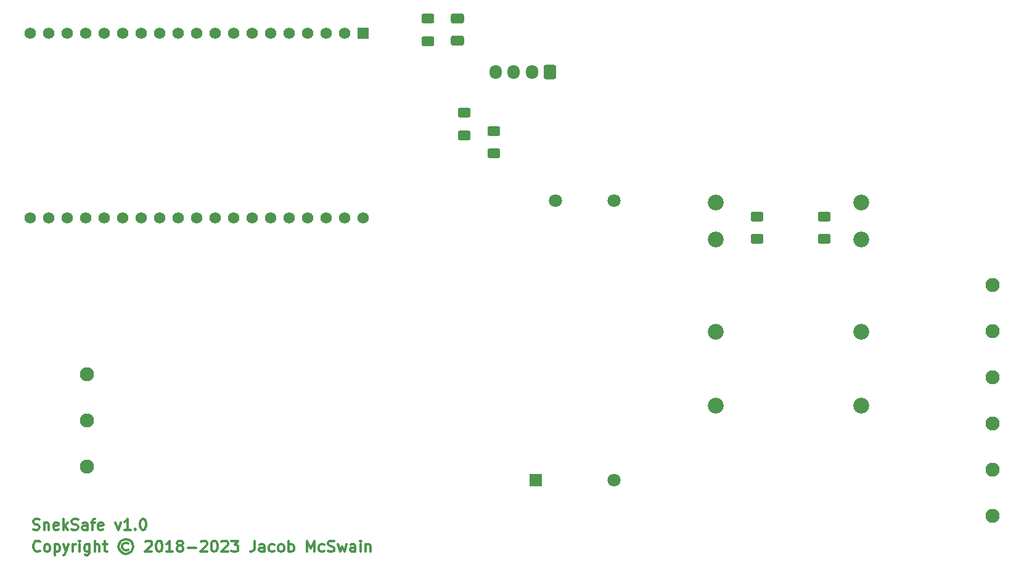
<source format=gbr>
%TF.GenerationSoftware,KiCad,Pcbnew,7.0.1*%
%TF.CreationDate,2023-05-13T00:12:20-05:00*%
%TF.ProjectId,sneksafe,736e616b-6574-4656-9d70-2e6b69636164,rev?*%
%TF.SameCoordinates,Original*%
%TF.FileFunction,Soldermask,Top*%
%TF.FilePolarity,Negative*%
%FSLAX46Y46*%
G04 Gerber Fmt 4.6, Leading zero omitted, Abs format (unit mm)*
G04 Created by KiCad (PCBNEW 7.0.1) date 2023-05-13 00:12:20*
%MOMM*%
%LPD*%
G01*
G04 APERTURE LIST*
G04 Aperture macros list*
%AMRoundRect*
0 Rectangle with rounded corners*
0 $1 Rounding radius*
0 $2 $3 $4 $5 $6 $7 $8 $9 X,Y pos of 4 corners*
0 Add a 4 corners polygon primitive as box body*
4,1,4,$2,$3,$4,$5,$6,$7,$8,$9,$2,$3,0*
0 Add four circle primitives for the rounded corners*
1,1,$1+$1,$2,$3*
1,1,$1+$1,$4,$5*
1,1,$1+$1,$6,$7*
1,1,$1+$1,$8,$9*
0 Add four rect primitives between the rounded corners*
20,1,$1+$1,$2,$3,$4,$5,0*
20,1,$1+$1,$4,$5,$6,$7,0*
20,1,$1+$1,$6,$7,$8,$9,0*
20,1,$1+$1,$8,$9,$2,$3,0*%
G04 Aperture macros list end*
%ADD10C,0.300000*%
%ADD11RoundRect,0.250000X0.625000X-0.400000X0.625000X0.400000X-0.625000X0.400000X-0.625000X-0.400000X0*%
%ADD12C,1.560000*%
%ADD13R,1.560000X1.560000*%
%ADD14RoundRect,0.250000X-0.625000X0.400000X-0.625000X-0.400000X0.625000X-0.400000X0.625000X0.400000X0*%
%ADD15C,1.950000*%
%ADD16C,1.800000*%
%ADD17R,1.800000X1.800000*%
%ADD18O,1.700000X1.950000*%
%ADD19RoundRect,0.250000X0.600000X0.725000X-0.600000X0.725000X-0.600000X-0.725000X0.600000X-0.725000X0*%
%ADD20C,2.175000*%
%ADD21RoundRect,0.250000X-0.650000X0.412500X-0.650000X-0.412500X0.650000X-0.412500X0.650000X0.412500X0*%
G04 APERTURE END LIST*
D10*
X83285714Y-138745000D02*
X83500000Y-138816428D01*
X83500000Y-138816428D02*
X83857142Y-138816428D01*
X83857142Y-138816428D02*
X84000000Y-138745000D01*
X84000000Y-138745000D02*
X84071428Y-138673571D01*
X84071428Y-138673571D02*
X84142857Y-138530714D01*
X84142857Y-138530714D02*
X84142857Y-138387857D01*
X84142857Y-138387857D02*
X84071428Y-138245000D01*
X84071428Y-138245000D02*
X84000000Y-138173571D01*
X84000000Y-138173571D02*
X83857142Y-138102142D01*
X83857142Y-138102142D02*
X83571428Y-138030714D01*
X83571428Y-138030714D02*
X83428571Y-137959285D01*
X83428571Y-137959285D02*
X83357142Y-137887857D01*
X83357142Y-137887857D02*
X83285714Y-137745000D01*
X83285714Y-137745000D02*
X83285714Y-137602142D01*
X83285714Y-137602142D02*
X83357142Y-137459285D01*
X83357142Y-137459285D02*
X83428571Y-137387857D01*
X83428571Y-137387857D02*
X83571428Y-137316428D01*
X83571428Y-137316428D02*
X83928571Y-137316428D01*
X83928571Y-137316428D02*
X84142857Y-137387857D01*
X84785713Y-137816428D02*
X84785713Y-138816428D01*
X84785713Y-137959285D02*
X84857142Y-137887857D01*
X84857142Y-137887857D02*
X84999999Y-137816428D01*
X84999999Y-137816428D02*
X85214285Y-137816428D01*
X85214285Y-137816428D02*
X85357142Y-137887857D01*
X85357142Y-137887857D02*
X85428571Y-138030714D01*
X85428571Y-138030714D02*
X85428571Y-138816428D01*
X86714285Y-138745000D02*
X86571428Y-138816428D01*
X86571428Y-138816428D02*
X86285714Y-138816428D01*
X86285714Y-138816428D02*
X86142856Y-138745000D01*
X86142856Y-138745000D02*
X86071428Y-138602142D01*
X86071428Y-138602142D02*
X86071428Y-138030714D01*
X86071428Y-138030714D02*
X86142856Y-137887857D01*
X86142856Y-137887857D02*
X86285714Y-137816428D01*
X86285714Y-137816428D02*
X86571428Y-137816428D01*
X86571428Y-137816428D02*
X86714285Y-137887857D01*
X86714285Y-137887857D02*
X86785714Y-138030714D01*
X86785714Y-138030714D02*
X86785714Y-138173571D01*
X86785714Y-138173571D02*
X86071428Y-138316428D01*
X87428570Y-138816428D02*
X87428570Y-137316428D01*
X87571428Y-138245000D02*
X87999999Y-138816428D01*
X87999999Y-137816428D02*
X87428570Y-138387857D01*
X88571428Y-138745000D02*
X88785714Y-138816428D01*
X88785714Y-138816428D02*
X89142856Y-138816428D01*
X89142856Y-138816428D02*
X89285714Y-138745000D01*
X89285714Y-138745000D02*
X89357142Y-138673571D01*
X89357142Y-138673571D02*
X89428571Y-138530714D01*
X89428571Y-138530714D02*
X89428571Y-138387857D01*
X89428571Y-138387857D02*
X89357142Y-138245000D01*
X89357142Y-138245000D02*
X89285714Y-138173571D01*
X89285714Y-138173571D02*
X89142856Y-138102142D01*
X89142856Y-138102142D02*
X88857142Y-138030714D01*
X88857142Y-138030714D02*
X88714285Y-137959285D01*
X88714285Y-137959285D02*
X88642856Y-137887857D01*
X88642856Y-137887857D02*
X88571428Y-137745000D01*
X88571428Y-137745000D02*
X88571428Y-137602142D01*
X88571428Y-137602142D02*
X88642856Y-137459285D01*
X88642856Y-137459285D02*
X88714285Y-137387857D01*
X88714285Y-137387857D02*
X88857142Y-137316428D01*
X88857142Y-137316428D02*
X89214285Y-137316428D01*
X89214285Y-137316428D02*
X89428571Y-137387857D01*
X90714285Y-138816428D02*
X90714285Y-138030714D01*
X90714285Y-138030714D02*
X90642856Y-137887857D01*
X90642856Y-137887857D02*
X90499999Y-137816428D01*
X90499999Y-137816428D02*
X90214285Y-137816428D01*
X90214285Y-137816428D02*
X90071427Y-137887857D01*
X90714285Y-138745000D02*
X90571427Y-138816428D01*
X90571427Y-138816428D02*
X90214285Y-138816428D01*
X90214285Y-138816428D02*
X90071427Y-138745000D01*
X90071427Y-138745000D02*
X89999999Y-138602142D01*
X89999999Y-138602142D02*
X89999999Y-138459285D01*
X89999999Y-138459285D02*
X90071427Y-138316428D01*
X90071427Y-138316428D02*
X90214285Y-138245000D01*
X90214285Y-138245000D02*
X90571427Y-138245000D01*
X90571427Y-138245000D02*
X90714285Y-138173571D01*
X91214285Y-137816428D02*
X91785713Y-137816428D01*
X91428570Y-138816428D02*
X91428570Y-137530714D01*
X91428570Y-137530714D02*
X91499999Y-137387857D01*
X91499999Y-137387857D02*
X91642856Y-137316428D01*
X91642856Y-137316428D02*
X91785713Y-137316428D01*
X92857142Y-138745000D02*
X92714285Y-138816428D01*
X92714285Y-138816428D02*
X92428571Y-138816428D01*
X92428571Y-138816428D02*
X92285713Y-138745000D01*
X92285713Y-138745000D02*
X92214285Y-138602142D01*
X92214285Y-138602142D02*
X92214285Y-138030714D01*
X92214285Y-138030714D02*
X92285713Y-137887857D01*
X92285713Y-137887857D02*
X92428571Y-137816428D01*
X92428571Y-137816428D02*
X92714285Y-137816428D01*
X92714285Y-137816428D02*
X92857142Y-137887857D01*
X92857142Y-137887857D02*
X92928571Y-138030714D01*
X92928571Y-138030714D02*
X92928571Y-138173571D01*
X92928571Y-138173571D02*
X92214285Y-138316428D01*
X94571427Y-137816428D02*
X94928570Y-138816428D01*
X94928570Y-138816428D02*
X95285713Y-137816428D01*
X96642856Y-138816428D02*
X95785713Y-138816428D01*
X96214284Y-138816428D02*
X96214284Y-137316428D01*
X96214284Y-137316428D02*
X96071427Y-137530714D01*
X96071427Y-137530714D02*
X95928570Y-137673571D01*
X95928570Y-137673571D02*
X95785713Y-137745000D01*
X97285712Y-138673571D02*
X97357141Y-138745000D01*
X97357141Y-138745000D02*
X97285712Y-138816428D01*
X97285712Y-138816428D02*
X97214284Y-138745000D01*
X97214284Y-138745000D02*
X97285712Y-138673571D01*
X97285712Y-138673571D02*
X97285712Y-138816428D01*
X98285713Y-137316428D02*
X98428570Y-137316428D01*
X98428570Y-137316428D02*
X98571427Y-137387857D01*
X98571427Y-137387857D02*
X98642856Y-137459285D01*
X98642856Y-137459285D02*
X98714284Y-137602142D01*
X98714284Y-137602142D02*
X98785713Y-137887857D01*
X98785713Y-137887857D02*
X98785713Y-138245000D01*
X98785713Y-138245000D02*
X98714284Y-138530714D01*
X98714284Y-138530714D02*
X98642856Y-138673571D01*
X98642856Y-138673571D02*
X98571427Y-138745000D01*
X98571427Y-138745000D02*
X98428570Y-138816428D01*
X98428570Y-138816428D02*
X98285713Y-138816428D01*
X98285713Y-138816428D02*
X98142856Y-138745000D01*
X98142856Y-138745000D02*
X98071427Y-138673571D01*
X98071427Y-138673571D02*
X97999998Y-138530714D01*
X97999998Y-138530714D02*
X97928570Y-138245000D01*
X97928570Y-138245000D02*
X97928570Y-137887857D01*
X97928570Y-137887857D02*
X97999998Y-137602142D01*
X97999998Y-137602142D02*
X98071427Y-137459285D01*
X98071427Y-137459285D02*
X98142856Y-137387857D01*
X98142856Y-137387857D02*
X98285713Y-137316428D01*
X84214285Y-141673571D02*
X84142857Y-141745000D01*
X84142857Y-141745000D02*
X83928571Y-141816428D01*
X83928571Y-141816428D02*
X83785714Y-141816428D01*
X83785714Y-141816428D02*
X83571428Y-141745000D01*
X83571428Y-141745000D02*
X83428571Y-141602142D01*
X83428571Y-141602142D02*
X83357142Y-141459285D01*
X83357142Y-141459285D02*
X83285714Y-141173571D01*
X83285714Y-141173571D02*
X83285714Y-140959285D01*
X83285714Y-140959285D02*
X83357142Y-140673571D01*
X83357142Y-140673571D02*
X83428571Y-140530714D01*
X83428571Y-140530714D02*
X83571428Y-140387857D01*
X83571428Y-140387857D02*
X83785714Y-140316428D01*
X83785714Y-140316428D02*
X83928571Y-140316428D01*
X83928571Y-140316428D02*
X84142857Y-140387857D01*
X84142857Y-140387857D02*
X84214285Y-140459285D01*
X85071428Y-141816428D02*
X84928571Y-141745000D01*
X84928571Y-141745000D02*
X84857142Y-141673571D01*
X84857142Y-141673571D02*
X84785714Y-141530714D01*
X84785714Y-141530714D02*
X84785714Y-141102142D01*
X84785714Y-141102142D02*
X84857142Y-140959285D01*
X84857142Y-140959285D02*
X84928571Y-140887857D01*
X84928571Y-140887857D02*
X85071428Y-140816428D01*
X85071428Y-140816428D02*
X85285714Y-140816428D01*
X85285714Y-140816428D02*
X85428571Y-140887857D01*
X85428571Y-140887857D02*
X85500000Y-140959285D01*
X85500000Y-140959285D02*
X85571428Y-141102142D01*
X85571428Y-141102142D02*
X85571428Y-141530714D01*
X85571428Y-141530714D02*
X85500000Y-141673571D01*
X85500000Y-141673571D02*
X85428571Y-141745000D01*
X85428571Y-141745000D02*
X85285714Y-141816428D01*
X85285714Y-141816428D02*
X85071428Y-141816428D01*
X86214285Y-140816428D02*
X86214285Y-142316428D01*
X86214285Y-140887857D02*
X86357143Y-140816428D01*
X86357143Y-140816428D02*
X86642857Y-140816428D01*
X86642857Y-140816428D02*
X86785714Y-140887857D01*
X86785714Y-140887857D02*
X86857143Y-140959285D01*
X86857143Y-140959285D02*
X86928571Y-141102142D01*
X86928571Y-141102142D02*
X86928571Y-141530714D01*
X86928571Y-141530714D02*
X86857143Y-141673571D01*
X86857143Y-141673571D02*
X86785714Y-141745000D01*
X86785714Y-141745000D02*
X86642857Y-141816428D01*
X86642857Y-141816428D02*
X86357143Y-141816428D01*
X86357143Y-141816428D02*
X86214285Y-141745000D01*
X87428571Y-140816428D02*
X87785714Y-141816428D01*
X88142857Y-140816428D02*
X87785714Y-141816428D01*
X87785714Y-141816428D02*
X87642857Y-142173571D01*
X87642857Y-142173571D02*
X87571428Y-142245000D01*
X87571428Y-142245000D02*
X87428571Y-142316428D01*
X88714285Y-141816428D02*
X88714285Y-140816428D01*
X88714285Y-141102142D02*
X88785714Y-140959285D01*
X88785714Y-140959285D02*
X88857143Y-140887857D01*
X88857143Y-140887857D02*
X89000000Y-140816428D01*
X89000000Y-140816428D02*
X89142857Y-140816428D01*
X89642856Y-141816428D02*
X89642856Y-140816428D01*
X89642856Y-140316428D02*
X89571428Y-140387857D01*
X89571428Y-140387857D02*
X89642856Y-140459285D01*
X89642856Y-140459285D02*
X89714285Y-140387857D01*
X89714285Y-140387857D02*
X89642856Y-140316428D01*
X89642856Y-140316428D02*
X89642856Y-140459285D01*
X91000000Y-140816428D02*
X91000000Y-142030714D01*
X91000000Y-142030714D02*
X90928571Y-142173571D01*
X90928571Y-142173571D02*
X90857142Y-142245000D01*
X90857142Y-142245000D02*
X90714285Y-142316428D01*
X90714285Y-142316428D02*
X90500000Y-142316428D01*
X90500000Y-142316428D02*
X90357142Y-142245000D01*
X91000000Y-141745000D02*
X90857142Y-141816428D01*
X90857142Y-141816428D02*
X90571428Y-141816428D01*
X90571428Y-141816428D02*
X90428571Y-141745000D01*
X90428571Y-141745000D02*
X90357142Y-141673571D01*
X90357142Y-141673571D02*
X90285714Y-141530714D01*
X90285714Y-141530714D02*
X90285714Y-141102142D01*
X90285714Y-141102142D02*
X90357142Y-140959285D01*
X90357142Y-140959285D02*
X90428571Y-140887857D01*
X90428571Y-140887857D02*
X90571428Y-140816428D01*
X90571428Y-140816428D02*
X90857142Y-140816428D01*
X90857142Y-140816428D02*
X91000000Y-140887857D01*
X91714285Y-141816428D02*
X91714285Y-140316428D01*
X92357143Y-141816428D02*
X92357143Y-141030714D01*
X92357143Y-141030714D02*
X92285714Y-140887857D01*
X92285714Y-140887857D02*
X92142857Y-140816428D01*
X92142857Y-140816428D02*
X91928571Y-140816428D01*
X91928571Y-140816428D02*
X91785714Y-140887857D01*
X91785714Y-140887857D02*
X91714285Y-140959285D01*
X92857143Y-140816428D02*
X93428571Y-140816428D01*
X93071428Y-140316428D02*
X93071428Y-141602142D01*
X93071428Y-141602142D02*
X93142857Y-141745000D01*
X93142857Y-141745000D02*
X93285714Y-141816428D01*
X93285714Y-141816428D02*
X93428571Y-141816428D01*
X96285714Y-140673571D02*
X96142857Y-140602142D01*
X96142857Y-140602142D02*
X95857143Y-140602142D01*
X95857143Y-140602142D02*
X95714286Y-140673571D01*
X95714286Y-140673571D02*
X95571428Y-140816428D01*
X95571428Y-140816428D02*
X95500000Y-140959285D01*
X95500000Y-140959285D02*
X95500000Y-141245000D01*
X95500000Y-141245000D02*
X95571428Y-141387857D01*
X95571428Y-141387857D02*
X95714286Y-141530714D01*
X95714286Y-141530714D02*
X95857143Y-141602142D01*
X95857143Y-141602142D02*
X96142857Y-141602142D01*
X96142857Y-141602142D02*
X96285714Y-141530714D01*
X96000000Y-140102142D02*
X95642857Y-140173571D01*
X95642857Y-140173571D02*
X95285714Y-140387857D01*
X95285714Y-140387857D02*
X95071428Y-140745000D01*
X95071428Y-140745000D02*
X95000000Y-141102142D01*
X95000000Y-141102142D02*
X95071428Y-141459285D01*
X95071428Y-141459285D02*
X95285714Y-141816428D01*
X95285714Y-141816428D02*
X95642857Y-142030714D01*
X95642857Y-142030714D02*
X96000000Y-142102142D01*
X96000000Y-142102142D02*
X96357143Y-142030714D01*
X96357143Y-142030714D02*
X96714286Y-141816428D01*
X96714286Y-141816428D02*
X96928571Y-141459285D01*
X96928571Y-141459285D02*
X97000000Y-141102142D01*
X97000000Y-141102142D02*
X96928571Y-140745000D01*
X96928571Y-140745000D02*
X96714286Y-140387857D01*
X96714286Y-140387857D02*
X96357143Y-140173571D01*
X96357143Y-140173571D02*
X96000000Y-140102142D01*
X98714286Y-140459285D02*
X98785714Y-140387857D01*
X98785714Y-140387857D02*
X98928572Y-140316428D01*
X98928572Y-140316428D02*
X99285714Y-140316428D01*
X99285714Y-140316428D02*
X99428572Y-140387857D01*
X99428572Y-140387857D02*
X99500000Y-140459285D01*
X99500000Y-140459285D02*
X99571429Y-140602142D01*
X99571429Y-140602142D02*
X99571429Y-140745000D01*
X99571429Y-140745000D02*
X99500000Y-140959285D01*
X99500000Y-140959285D02*
X98642857Y-141816428D01*
X98642857Y-141816428D02*
X99571429Y-141816428D01*
X100500000Y-140316428D02*
X100642857Y-140316428D01*
X100642857Y-140316428D02*
X100785714Y-140387857D01*
X100785714Y-140387857D02*
X100857143Y-140459285D01*
X100857143Y-140459285D02*
X100928571Y-140602142D01*
X100928571Y-140602142D02*
X101000000Y-140887857D01*
X101000000Y-140887857D02*
X101000000Y-141245000D01*
X101000000Y-141245000D02*
X100928571Y-141530714D01*
X100928571Y-141530714D02*
X100857143Y-141673571D01*
X100857143Y-141673571D02*
X100785714Y-141745000D01*
X100785714Y-141745000D02*
X100642857Y-141816428D01*
X100642857Y-141816428D02*
X100500000Y-141816428D01*
X100500000Y-141816428D02*
X100357143Y-141745000D01*
X100357143Y-141745000D02*
X100285714Y-141673571D01*
X100285714Y-141673571D02*
X100214285Y-141530714D01*
X100214285Y-141530714D02*
X100142857Y-141245000D01*
X100142857Y-141245000D02*
X100142857Y-140887857D01*
X100142857Y-140887857D02*
X100214285Y-140602142D01*
X100214285Y-140602142D02*
X100285714Y-140459285D01*
X100285714Y-140459285D02*
X100357143Y-140387857D01*
X100357143Y-140387857D02*
X100500000Y-140316428D01*
X102428571Y-141816428D02*
X101571428Y-141816428D01*
X101999999Y-141816428D02*
X101999999Y-140316428D01*
X101999999Y-140316428D02*
X101857142Y-140530714D01*
X101857142Y-140530714D02*
X101714285Y-140673571D01*
X101714285Y-140673571D02*
X101571428Y-140745000D01*
X103285713Y-140959285D02*
X103142856Y-140887857D01*
X103142856Y-140887857D02*
X103071427Y-140816428D01*
X103071427Y-140816428D02*
X102999999Y-140673571D01*
X102999999Y-140673571D02*
X102999999Y-140602142D01*
X102999999Y-140602142D02*
X103071427Y-140459285D01*
X103071427Y-140459285D02*
X103142856Y-140387857D01*
X103142856Y-140387857D02*
X103285713Y-140316428D01*
X103285713Y-140316428D02*
X103571427Y-140316428D01*
X103571427Y-140316428D02*
X103714285Y-140387857D01*
X103714285Y-140387857D02*
X103785713Y-140459285D01*
X103785713Y-140459285D02*
X103857142Y-140602142D01*
X103857142Y-140602142D02*
X103857142Y-140673571D01*
X103857142Y-140673571D02*
X103785713Y-140816428D01*
X103785713Y-140816428D02*
X103714285Y-140887857D01*
X103714285Y-140887857D02*
X103571427Y-140959285D01*
X103571427Y-140959285D02*
X103285713Y-140959285D01*
X103285713Y-140959285D02*
X103142856Y-141030714D01*
X103142856Y-141030714D02*
X103071427Y-141102142D01*
X103071427Y-141102142D02*
X102999999Y-141245000D01*
X102999999Y-141245000D02*
X102999999Y-141530714D01*
X102999999Y-141530714D02*
X103071427Y-141673571D01*
X103071427Y-141673571D02*
X103142856Y-141745000D01*
X103142856Y-141745000D02*
X103285713Y-141816428D01*
X103285713Y-141816428D02*
X103571427Y-141816428D01*
X103571427Y-141816428D02*
X103714285Y-141745000D01*
X103714285Y-141745000D02*
X103785713Y-141673571D01*
X103785713Y-141673571D02*
X103857142Y-141530714D01*
X103857142Y-141530714D02*
X103857142Y-141245000D01*
X103857142Y-141245000D02*
X103785713Y-141102142D01*
X103785713Y-141102142D02*
X103714285Y-141030714D01*
X103714285Y-141030714D02*
X103571427Y-140959285D01*
X104499998Y-141245000D02*
X105642856Y-141245000D01*
X106285713Y-140459285D02*
X106357141Y-140387857D01*
X106357141Y-140387857D02*
X106499999Y-140316428D01*
X106499999Y-140316428D02*
X106857141Y-140316428D01*
X106857141Y-140316428D02*
X106999999Y-140387857D01*
X106999999Y-140387857D02*
X107071427Y-140459285D01*
X107071427Y-140459285D02*
X107142856Y-140602142D01*
X107142856Y-140602142D02*
X107142856Y-140745000D01*
X107142856Y-140745000D02*
X107071427Y-140959285D01*
X107071427Y-140959285D02*
X106214284Y-141816428D01*
X106214284Y-141816428D02*
X107142856Y-141816428D01*
X108071427Y-140316428D02*
X108214284Y-140316428D01*
X108214284Y-140316428D02*
X108357141Y-140387857D01*
X108357141Y-140387857D02*
X108428570Y-140459285D01*
X108428570Y-140459285D02*
X108499998Y-140602142D01*
X108499998Y-140602142D02*
X108571427Y-140887857D01*
X108571427Y-140887857D02*
X108571427Y-141245000D01*
X108571427Y-141245000D02*
X108499998Y-141530714D01*
X108499998Y-141530714D02*
X108428570Y-141673571D01*
X108428570Y-141673571D02*
X108357141Y-141745000D01*
X108357141Y-141745000D02*
X108214284Y-141816428D01*
X108214284Y-141816428D02*
X108071427Y-141816428D01*
X108071427Y-141816428D02*
X107928570Y-141745000D01*
X107928570Y-141745000D02*
X107857141Y-141673571D01*
X107857141Y-141673571D02*
X107785712Y-141530714D01*
X107785712Y-141530714D02*
X107714284Y-141245000D01*
X107714284Y-141245000D02*
X107714284Y-140887857D01*
X107714284Y-140887857D02*
X107785712Y-140602142D01*
X107785712Y-140602142D02*
X107857141Y-140459285D01*
X107857141Y-140459285D02*
X107928570Y-140387857D01*
X107928570Y-140387857D02*
X108071427Y-140316428D01*
X109142855Y-140459285D02*
X109214283Y-140387857D01*
X109214283Y-140387857D02*
X109357141Y-140316428D01*
X109357141Y-140316428D02*
X109714283Y-140316428D01*
X109714283Y-140316428D02*
X109857141Y-140387857D01*
X109857141Y-140387857D02*
X109928569Y-140459285D01*
X109928569Y-140459285D02*
X109999998Y-140602142D01*
X109999998Y-140602142D02*
X109999998Y-140745000D01*
X109999998Y-140745000D02*
X109928569Y-140959285D01*
X109928569Y-140959285D02*
X109071426Y-141816428D01*
X109071426Y-141816428D02*
X109999998Y-141816428D01*
X110499997Y-140316428D02*
X111428569Y-140316428D01*
X111428569Y-140316428D02*
X110928569Y-140887857D01*
X110928569Y-140887857D02*
X111142854Y-140887857D01*
X111142854Y-140887857D02*
X111285712Y-140959285D01*
X111285712Y-140959285D02*
X111357140Y-141030714D01*
X111357140Y-141030714D02*
X111428569Y-141173571D01*
X111428569Y-141173571D02*
X111428569Y-141530714D01*
X111428569Y-141530714D02*
X111357140Y-141673571D01*
X111357140Y-141673571D02*
X111285712Y-141745000D01*
X111285712Y-141745000D02*
X111142854Y-141816428D01*
X111142854Y-141816428D02*
X110714283Y-141816428D01*
X110714283Y-141816428D02*
X110571426Y-141745000D01*
X110571426Y-141745000D02*
X110499997Y-141673571D01*
X113642854Y-140316428D02*
X113642854Y-141387857D01*
X113642854Y-141387857D02*
X113571425Y-141602142D01*
X113571425Y-141602142D02*
X113428568Y-141745000D01*
X113428568Y-141745000D02*
X113214282Y-141816428D01*
X113214282Y-141816428D02*
X113071425Y-141816428D01*
X114999997Y-141816428D02*
X114999997Y-141030714D01*
X114999997Y-141030714D02*
X114928568Y-140887857D01*
X114928568Y-140887857D02*
X114785711Y-140816428D01*
X114785711Y-140816428D02*
X114499997Y-140816428D01*
X114499997Y-140816428D02*
X114357139Y-140887857D01*
X114999997Y-141745000D02*
X114857139Y-141816428D01*
X114857139Y-141816428D02*
X114499997Y-141816428D01*
X114499997Y-141816428D02*
X114357139Y-141745000D01*
X114357139Y-141745000D02*
X114285711Y-141602142D01*
X114285711Y-141602142D02*
X114285711Y-141459285D01*
X114285711Y-141459285D02*
X114357139Y-141316428D01*
X114357139Y-141316428D02*
X114499997Y-141245000D01*
X114499997Y-141245000D02*
X114857139Y-141245000D01*
X114857139Y-141245000D02*
X114999997Y-141173571D01*
X116357140Y-141745000D02*
X116214282Y-141816428D01*
X116214282Y-141816428D02*
X115928568Y-141816428D01*
X115928568Y-141816428D02*
X115785711Y-141745000D01*
X115785711Y-141745000D02*
X115714282Y-141673571D01*
X115714282Y-141673571D02*
X115642854Y-141530714D01*
X115642854Y-141530714D02*
X115642854Y-141102142D01*
X115642854Y-141102142D02*
X115714282Y-140959285D01*
X115714282Y-140959285D02*
X115785711Y-140887857D01*
X115785711Y-140887857D02*
X115928568Y-140816428D01*
X115928568Y-140816428D02*
X116214282Y-140816428D01*
X116214282Y-140816428D02*
X116357140Y-140887857D01*
X117214282Y-141816428D02*
X117071425Y-141745000D01*
X117071425Y-141745000D02*
X116999996Y-141673571D01*
X116999996Y-141673571D02*
X116928568Y-141530714D01*
X116928568Y-141530714D02*
X116928568Y-141102142D01*
X116928568Y-141102142D02*
X116999996Y-140959285D01*
X116999996Y-140959285D02*
X117071425Y-140887857D01*
X117071425Y-140887857D02*
X117214282Y-140816428D01*
X117214282Y-140816428D02*
X117428568Y-140816428D01*
X117428568Y-140816428D02*
X117571425Y-140887857D01*
X117571425Y-140887857D02*
X117642854Y-140959285D01*
X117642854Y-140959285D02*
X117714282Y-141102142D01*
X117714282Y-141102142D02*
X117714282Y-141530714D01*
X117714282Y-141530714D02*
X117642854Y-141673571D01*
X117642854Y-141673571D02*
X117571425Y-141745000D01*
X117571425Y-141745000D02*
X117428568Y-141816428D01*
X117428568Y-141816428D02*
X117214282Y-141816428D01*
X118357139Y-141816428D02*
X118357139Y-140316428D01*
X118357139Y-140887857D02*
X118499997Y-140816428D01*
X118499997Y-140816428D02*
X118785711Y-140816428D01*
X118785711Y-140816428D02*
X118928568Y-140887857D01*
X118928568Y-140887857D02*
X118999997Y-140959285D01*
X118999997Y-140959285D02*
X119071425Y-141102142D01*
X119071425Y-141102142D02*
X119071425Y-141530714D01*
X119071425Y-141530714D02*
X118999997Y-141673571D01*
X118999997Y-141673571D02*
X118928568Y-141745000D01*
X118928568Y-141745000D02*
X118785711Y-141816428D01*
X118785711Y-141816428D02*
X118499997Y-141816428D01*
X118499997Y-141816428D02*
X118357139Y-141745000D01*
X120857139Y-141816428D02*
X120857139Y-140316428D01*
X120857139Y-140316428D02*
X121357139Y-141387857D01*
X121357139Y-141387857D02*
X121857139Y-140316428D01*
X121857139Y-140316428D02*
X121857139Y-141816428D01*
X123214283Y-141745000D02*
X123071425Y-141816428D01*
X123071425Y-141816428D02*
X122785711Y-141816428D01*
X122785711Y-141816428D02*
X122642854Y-141745000D01*
X122642854Y-141745000D02*
X122571425Y-141673571D01*
X122571425Y-141673571D02*
X122499997Y-141530714D01*
X122499997Y-141530714D02*
X122499997Y-141102142D01*
X122499997Y-141102142D02*
X122571425Y-140959285D01*
X122571425Y-140959285D02*
X122642854Y-140887857D01*
X122642854Y-140887857D02*
X122785711Y-140816428D01*
X122785711Y-140816428D02*
X123071425Y-140816428D01*
X123071425Y-140816428D02*
X123214283Y-140887857D01*
X123785711Y-141745000D02*
X123999997Y-141816428D01*
X123999997Y-141816428D02*
X124357139Y-141816428D01*
X124357139Y-141816428D02*
X124499997Y-141745000D01*
X124499997Y-141745000D02*
X124571425Y-141673571D01*
X124571425Y-141673571D02*
X124642854Y-141530714D01*
X124642854Y-141530714D02*
X124642854Y-141387857D01*
X124642854Y-141387857D02*
X124571425Y-141245000D01*
X124571425Y-141245000D02*
X124499997Y-141173571D01*
X124499997Y-141173571D02*
X124357139Y-141102142D01*
X124357139Y-141102142D02*
X124071425Y-141030714D01*
X124071425Y-141030714D02*
X123928568Y-140959285D01*
X123928568Y-140959285D02*
X123857139Y-140887857D01*
X123857139Y-140887857D02*
X123785711Y-140745000D01*
X123785711Y-140745000D02*
X123785711Y-140602142D01*
X123785711Y-140602142D02*
X123857139Y-140459285D01*
X123857139Y-140459285D02*
X123928568Y-140387857D01*
X123928568Y-140387857D02*
X124071425Y-140316428D01*
X124071425Y-140316428D02*
X124428568Y-140316428D01*
X124428568Y-140316428D02*
X124642854Y-140387857D01*
X125142853Y-140816428D02*
X125428568Y-141816428D01*
X125428568Y-141816428D02*
X125714282Y-141102142D01*
X125714282Y-141102142D02*
X125999996Y-141816428D01*
X125999996Y-141816428D02*
X126285710Y-140816428D01*
X127499997Y-141816428D02*
X127499997Y-141030714D01*
X127499997Y-141030714D02*
X127428568Y-140887857D01*
X127428568Y-140887857D02*
X127285711Y-140816428D01*
X127285711Y-140816428D02*
X126999997Y-140816428D01*
X126999997Y-140816428D02*
X126857139Y-140887857D01*
X127499997Y-141745000D02*
X127357139Y-141816428D01*
X127357139Y-141816428D02*
X126999997Y-141816428D01*
X126999997Y-141816428D02*
X126857139Y-141745000D01*
X126857139Y-141745000D02*
X126785711Y-141602142D01*
X126785711Y-141602142D02*
X126785711Y-141459285D01*
X126785711Y-141459285D02*
X126857139Y-141316428D01*
X126857139Y-141316428D02*
X126999997Y-141245000D01*
X126999997Y-141245000D02*
X127357139Y-141245000D01*
X127357139Y-141245000D02*
X127499997Y-141173571D01*
X128214282Y-141816428D02*
X128214282Y-140816428D01*
X128214282Y-140316428D02*
X128142854Y-140387857D01*
X128142854Y-140387857D02*
X128214282Y-140459285D01*
X128214282Y-140459285D02*
X128285711Y-140387857D01*
X128285711Y-140387857D02*
X128214282Y-140316428D01*
X128214282Y-140316428D02*
X128214282Y-140459285D01*
X128928568Y-140816428D02*
X128928568Y-141816428D01*
X128928568Y-140959285D02*
X128999997Y-140887857D01*
X128999997Y-140887857D02*
X129142854Y-140816428D01*
X129142854Y-140816428D02*
X129357140Y-140816428D01*
X129357140Y-140816428D02*
X129499997Y-140887857D01*
X129499997Y-140887857D02*
X129571426Y-141030714D01*
X129571426Y-141030714D02*
X129571426Y-141816428D01*
D11*
%TO.C,R1*%
X142500000Y-81450000D03*
X142500000Y-84550000D03*
%TD*%
%TO.C,R2*%
X146500000Y-83950000D03*
X146500000Y-87050000D03*
%TD*%
D12*
%TO.C,U1*%
X82840000Y-95900000D03*
X85380000Y-95900000D03*
X87920000Y-95900000D03*
X90460000Y-95900000D03*
X93000000Y-95900000D03*
X95540000Y-95900000D03*
X98080000Y-95900000D03*
X100620000Y-95900000D03*
X103160000Y-95900000D03*
X105700000Y-95900000D03*
X108240000Y-95900000D03*
X110780000Y-95900000D03*
X113320000Y-95900000D03*
X115860000Y-95900000D03*
X118400000Y-95900000D03*
X120940000Y-95900000D03*
X123480000Y-95900000D03*
X126020000Y-95900000D03*
X128560000Y-95900000D03*
X82840000Y-70500000D03*
X85380000Y-70500000D03*
X87920000Y-70500000D03*
X90460000Y-70500000D03*
X93000000Y-70500000D03*
X95540000Y-70500000D03*
X98080000Y-70500000D03*
X100620000Y-70500000D03*
X103160000Y-70500000D03*
X105700000Y-70500000D03*
X108240000Y-70500000D03*
X110780000Y-70500000D03*
X113320000Y-70500000D03*
X115860000Y-70500000D03*
X118400000Y-70500000D03*
X120940000Y-70500000D03*
X123480000Y-70500000D03*
X126020000Y-70500000D03*
D13*
X128560000Y-70500000D03*
%TD*%
D14*
%TO.C,R3*%
X137500000Y-71580000D03*
X137500000Y-68480000D03*
%TD*%
%TO.C,R6*%
X191938500Y-98800000D03*
X191938500Y-95700000D03*
%TD*%
D15*
%TO.C,J2*%
X215000000Y-136850000D03*
X215000000Y-130500000D03*
X215000000Y-124150000D03*
X215000000Y-117800000D03*
X215000000Y-111450000D03*
X215000000Y-105100000D03*
%TD*%
D16*
%TO.C,PS1*%
X155000000Y-93500000D03*
X163000000Y-93500000D03*
X163000000Y-132000000D03*
D17*
X152250000Y-132000000D03*
%TD*%
D14*
%TO.C,R5*%
X182688500Y-98800000D03*
X182688500Y-95700000D03*
%TD*%
D18*
%TO.C,J1*%
X146750000Y-75850000D03*
X149250000Y-75850000D03*
X151750000Y-75850000D03*
D19*
X154250000Y-75850000D03*
%TD*%
D20*
%TO.C,K1*%
X177000000Y-93800000D03*
X177000000Y-98880000D03*
X177000000Y-111580000D03*
X177000000Y-121740000D03*
%TD*%
D21*
%TO.C,C1*%
X141500000Y-71562500D03*
X141500000Y-68437500D03*
%TD*%
D15*
%TO.C,J3*%
X90650000Y-117395000D03*
X90650000Y-123745000D03*
X90650000Y-130095000D03*
%TD*%
D20*
%TO.C,K2*%
X197000000Y-93800000D03*
X197000000Y-98880000D03*
X197000000Y-111580000D03*
X197000000Y-121740000D03*
%TD*%
M02*

</source>
